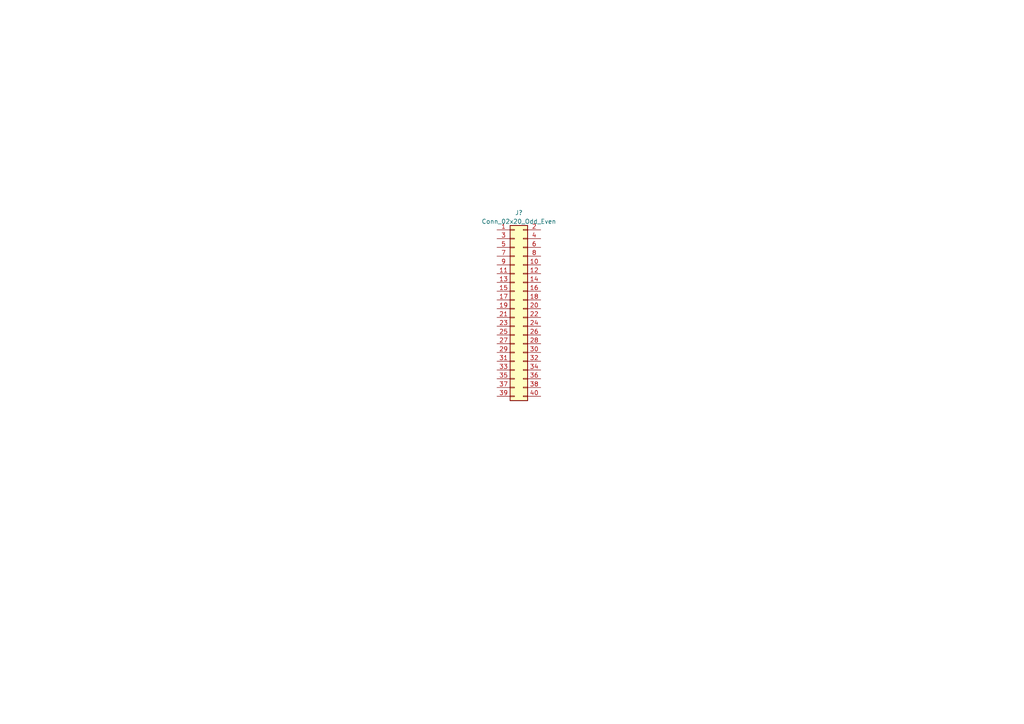
<source format=kicad_sch>
(kicad_sch (version 20211123) (generator eeschema)
  (paper "A4")
  (lib_symbols
    (symbol "Connector_Generic:Conn_02x20_Odd_Even" (pin_names (offset 1.016) hide)
      (property "Reference" "J" (at 1.27 25.4 0))
      (property "Value" "Conn_02x20_Odd_Even" (at 1.27 -27.94 0))
      (symbol "Conn_02x20_Odd_Even_1_1"
        (rectangle (start -1.27 -25.273) (end 0 -25.527) (stroke (width 0.1524)))
        (rectangle (start -1.27 -22.733) (end 0 -22.987) (stroke (width 0.1524)))
        (rectangle (start -1.27 -20.193) (end 0 -20.447) (stroke (width 0.1524)))
        (rectangle (start -1.27 -17.653) (end 0 -17.907) (stroke (width 0.1524)))
        (rectangle (start -1.27 -15.113) (end 0 -15.367) (stroke (width 0.1524)))
        (rectangle (start -1.27 -12.573) (end 0 -12.827) (stroke (width 0.1524)))
        (rectangle (start -1.27 -10.033) (end 0 -10.287) (stroke (width 0.1524)))
        (rectangle (start -1.27 -7.493) (end 0 -7.747) (stroke (width 0.1524)))
        (rectangle (start -1.27 -4.953) (end 0 -5.207) (stroke (width 0.1524)))
        (rectangle (start -1.27 -2.413) (end 0 -2.667) (stroke (width 0.1524)))
        (rectangle (start -1.27 0.127) (end 0 -0.127) (stroke (width 0.1524)))
        (rectangle (start -1.27 2.667) (end 0 2.413) (stroke (width 0.1524)))
        (rectangle (start -1.27 5.207) (end 0 4.953) (stroke (width 0.1524)))
        (rectangle (start -1.27 7.747) (end 0 7.493) (stroke (width 0.1524)))
        (rectangle (start -1.27 10.287) (end 0 10.033) (stroke (width 0.1524)))
        (rectangle (start -1.27 12.827) (end 0 12.573) (stroke (width 0.1524)))
        (rectangle (start -1.27 15.367) (end 0 15.113) (stroke (width 0.1524)))
        (rectangle (start -1.27 17.907) (end 0 17.653) (stroke (width 0.1524)))
        (rectangle (start -1.27 20.447) (end 0 20.193) (stroke (width 0.1524)))
        (rectangle (start -1.27 22.987) (end 0 22.733) (stroke (width 0.1524)))
        (rectangle (start -1.27 24.13) (end 3.81 -26.67) (stroke (width 0.254)) (fill (type background)))
        (rectangle (start 3.81 -25.273) (end 2.54 -25.527) (stroke (width 0.1524)))
        (rectangle (start 3.81 -22.733) (end 2.54 -22.987) (stroke (width 0.1524)))
        (rectangle (start 3.81 -20.193) (end 2.54 -20.447) (stroke (width 0.1524)))
        (rectangle (start 3.81 -17.653) (end 2.54 -17.907) (stroke (width 0.1524)))
        (rectangle (start 3.81 -15.113) (end 2.54 -15.367) (stroke (width 0.1524)))
        (rectangle (start 3.81 -12.573) (end 2.54 -12.827) (stroke (width 0.1524)))
        (rectangle (start 3.81 -10.033) (end 2.54 -10.287) (stroke (width 0.1524)))
        (rectangle (start 3.81 -7.493) (end 2.54 -7.747) (stroke (width 0.1524)))
        (rectangle (start 3.81 -4.953) (end 2.54 -5.207) (stroke (width 0.1524)))
        (rectangle (start 3.81 -2.413) (end 2.54 -2.667) (stroke (width 0.1524)))
        (rectangle (start 3.81 0.127) (end 2.54 -0.127) (stroke (width 0.1524)))
        (rectangle (start 3.81 2.667) (end 2.54 2.413) (stroke (width 0.1524)))
        (rectangle (start 3.81 5.207) (end 2.54 4.953) (stroke (width 0.1524)))
        (rectangle (start 3.81 7.747) (end 2.54 7.493) (stroke (width 0.1524)))
        (rectangle (start 3.81 10.287) (end 2.54 10.033) (stroke (width 0.1524)))
        (rectangle (start 3.81 12.827) (end 2.54 12.573) (stroke (width 0.1524)))
        (rectangle (start 3.81 15.367) (end 2.54 15.113) (stroke (width 0.1524)))
        (rectangle (start 3.81 17.907) (end 2.54 17.653) (stroke (width 0.1524)))
        (rectangle (start 3.81 20.447) (end 2.54 20.193) (stroke (width 0.1524)))
        (rectangle (start 3.81 22.987) (end 2.54 22.733) (stroke (width 0.1524)))
        (pin passive line (at -5.08 22.86 0) (length 3.81) (name "Pin_1") (number "1"))
        (pin passive line (at 7.62 12.7 180) (length 3.81) (name "Pin_10") (number "10"))
        (pin passive line (at -5.08 10.16 0) (length 3.81) (name "Pin_11") (number "11"))
        (pin passive line (at 7.62 10.16 180) (length 3.81) (name "Pin_12") (number "12"))
        (pin passive line (at -5.08 7.62 0) (length 3.81) (name "Pin_13") (number "13"))
        (pin passive line (at 7.62 7.62 180) (length 3.81) (name "Pin_14") (number "14"))
        (pin passive line (at -5.08 5.08 0) (length 3.81) (name "Pin_15") (number "15"))
        (pin passive line (at 7.62 5.08 180) (length 3.81) (name "Pin_16") (number "16"))
        (pin passive line (at -5.08 2.54 0) (length 3.81) (name "Pin_17") (number "17"))
        (pin passive line (at 7.62 2.54 180) (length 3.81) (name "Pin_18") (number "18"))
        (pin passive line (at -5.08 0 0) (length 3.81) (name "Pin_19") (number "19"))
        (pin passive line (at 7.62 22.86 180) (length 3.81) (name "Pin_2") (number "2"))
        (pin passive line (at 7.62 0 180) (length 3.81) (name "Pin_20") (number "20"))
        (pin passive line (at -5.08 -2.54 0) (length 3.81) (name "Pin_21") (number "21"))
        (pin passive line (at 7.62 -2.54 180) (length 3.81) (name "Pin_22") (number "22"))
        (pin passive line (at -5.08 -5.08 0) (length 3.81) (name "Pin_23") (number "23"))
        (pin passive line (at 7.62 -5.08 180) (length 3.81) (name "Pin_24") (number "24"))
        (pin passive line (at -5.08 -7.62 0) (length 3.81) (name "Pin_25") (number "25"))
        (pin passive line (at 7.62 -7.62 180) (length 3.81) (name "Pin_26") (number "26"))
        (pin passive line (at -5.08 -10.16 0) (length 3.81) (name "Pin_27") (number "27"))
        (pin passive line (at 7.62 -10.16 180) (length 3.81) (name "Pin_28") (number "28"))
        (pin passive line (at -5.08 -12.7 0) (length 3.81) (name "Pin_29") (number "29"))
        (pin passive line (at -5.08 20.32 0) (length 3.81) (name "Pin_3") (number "3"))
        (pin passive line (at 7.62 -12.7 180) (length 3.81) (name "Pin_30") (number "30"))
        (pin passive line (at -5.08 -15.24 0) (length 3.81) (name "Pin_31") (number "31"))
        (pin passive line (at 7.62 -15.24 180) (length 3.81) (name "Pin_32") (number "32"))
        (pin passive line (at -5.08 -17.78 0) (length 3.81) (name "Pin_33") (number "33"))
        (pin passive line (at 7.62 -17.78 180) (length 3.81) (name "Pin_34") (number "34"))
        (pin passive line (at -5.08 -20.32 0) (length 3.81) (name "Pin_35") (number "35"))
        (pin passive line (at 7.62 -20.32 180) (length 3.81) (name "Pin_36") (number "36"))
        (pin passive line (at -5.08 -22.86 0) (length 3.81) (name "Pin_37") (number "37"))
        (pin passive line (at 7.62 -22.86 180) (length 3.81) (name "Pin_38") (number "38"))
        (pin passive line (at -5.08 -25.4 0) (length 3.81) (name "Pin_39") (number "39"))
        (pin passive line (at 7.62 20.32 180) (length 3.81) (name "Pin_4") (number "4"))
        (pin passive line (at 7.62 -25.4 180) (length 3.81) (name "Pin_40") (number "40"))
        (pin passive line (at -5.08 17.78 0) (length 3.81) (name "Pin_5") (number "5"))
        (pin passive line (at 7.62 17.78 180) (length 3.81) (name "Pin_6") (number "6"))
        (pin passive line (at -5.08 15.24 0) (length 3.81) (name "Pin_7") (number "7"))
        (pin passive line (at 7.62 15.24 180) (length 3.81) (name "Pin_8") (number "8"))
        (pin passive line (at -5.08 12.7 0) (length 3.81) (name "Pin_9") (number "9"))
      )
    )
  )
  (symbol (lib_id "Connector_Generic:Conn_02x20_Odd_Even") (at 149.225 89.535 0) (unit 1)
    (property "Reference" "J?" (at 150.495 61.7052 0))
    (property "Value" "Conn_02x20_Odd_Even" (at 150.495 64.2421 0))
  )
)
</source>
